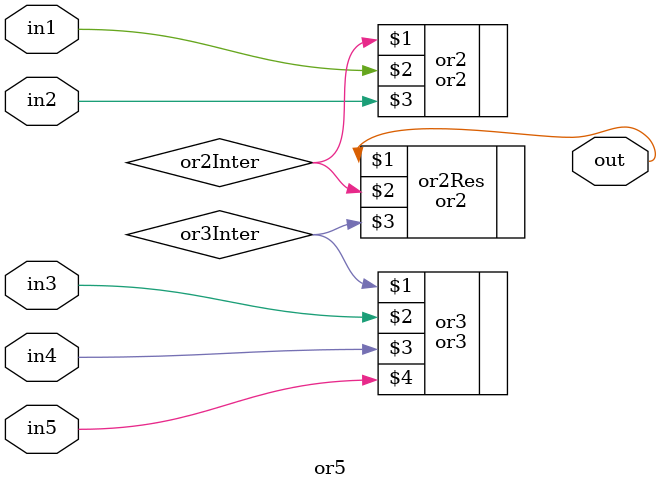
<source format=v>
/*

    CS 552 Spring '23
    
    5 input AND
*/
`default_nettype none
module or5(out, in1, in2, in3, in4, in5);
    output wire out;
    input wire in1, in2, in3, in4, in5;

    wire or2Inter, or3Inter;

    or2 or2(or2Inter, in1, in2);
    or3 or3(or3Inter, in3, in4, in5);
    or2 or2Res(out, or2Inter, or3Inter);
endmodule
`default_nettype wire

</source>
